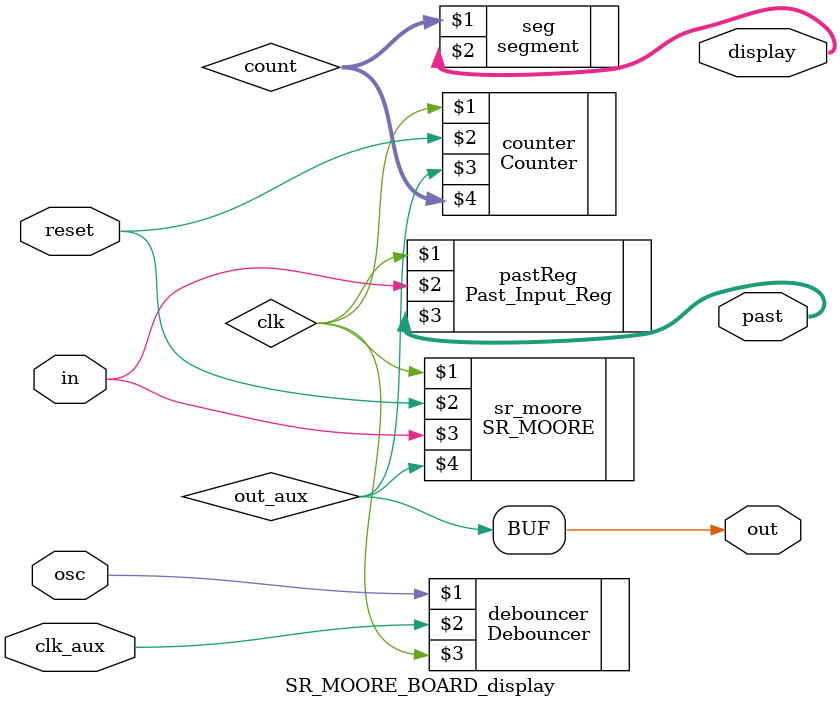
<source format=v>
`timescale 1ns / 1ps
module SR_MOORE_BOARD_display(
    input osc,
    input clk_aux,
    input in,
    input reset,
    output [2:0] past,
    output out,
    output [6:0] display
    );
	 wire clk;
	 wire [3:0] count;
	 wire out_aux;

	 Debouncer debouncer(osc, clk_aux, clk);
	 Past_Input_Reg pastReg(clk, in, past);
    SR_MOORE sr_moore(clk,reset, in,out_aux);
	 Counter counter(clk, reset, out_aux, count);
	 assign out = out_aux;
	 segment seg(count, display);
	 

endmodule

</source>
